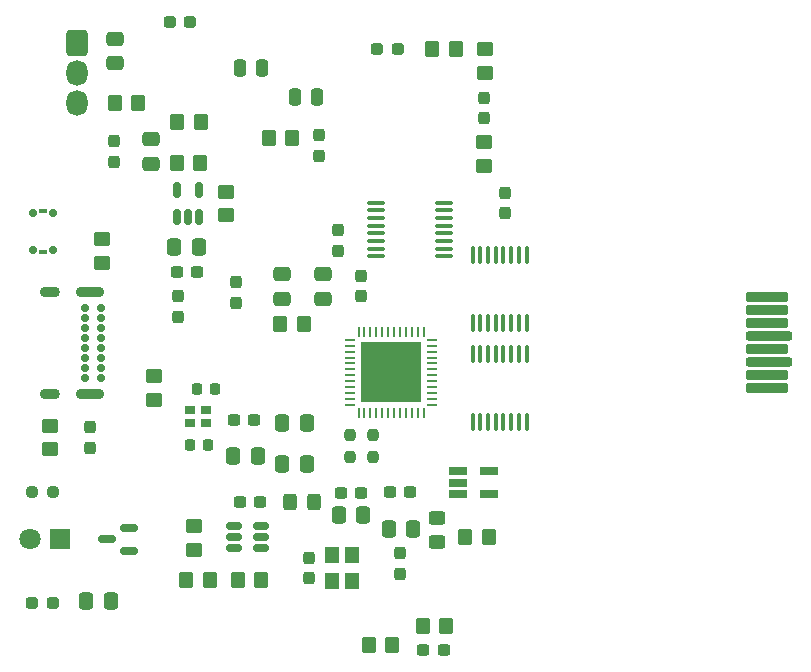
<source format=gbr>
%TF.GenerationSoftware,KiCad,Pcbnew,7.0.5*%
%TF.CreationDate,2023-08-14T22:02:20+09:00*%
%TF.ProjectId,sdcdmuxemmc,73646364-6d75-4786-956d-6d632e6b6963,rev?*%
%TF.SameCoordinates,Original*%
%TF.FileFunction,Soldermask,Top*%
%TF.FilePolarity,Negative*%
%FSLAX46Y46*%
G04 Gerber Fmt 4.6, Leading zero omitted, Abs format (unit mm)*
G04 Created by KiCad (PCBNEW 7.0.5) date 2023-08-14 22:02:20*
%MOMM*%
%LPD*%
G01*
G04 APERTURE LIST*
G04 Aperture macros list*
%AMRoundRect*
0 Rectangle with rounded corners*
0 $1 Rounding radius*
0 $2 $3 $4 $5 $6 $7 $8 $9 X,Y pos of 4 corners*
0 Add a 4 corners polygon primitive as box body*
4,1,4,$2,$3,$4,$5,$6,$7,$8,$9,$2,$3,0*
0 Add four circle primitives for the rounded corners*
1,1,$1+$1,$2,$3*
1,1,$1+$1,$4,$5*
1,1,$1+$1,$6,$7*
1,1,$1+$1,$8,$9*
0 Add four rect primitives between the rounded corners*
20,1,$1+$1,$2,$3,$4,$5,0*
20,1,$1+$1,$4,$5,$6,$7,0*
20,1,$1+$1,$6,$7,$8,$9,0*
20,1,$1+$1,$8,$9,$2,$3,0*%
G04 Aperture macros list end*
%ADD10RoundRect,0.150000X0.150000X-0.512500X0.150000X0.512500X-0.150000X0.512500X-0.150000X-0.512500X0*%
%ADD11RoundRect,0.237500X0.237500X-0.300000X0.237500X0.300000X-0.237500X0.300000X-0.237500X-0.300000X0*%
%ADD12RoundRect,0.250000X-0.350000X-0.450000X0.350000X-0.450000X0.350000X0.450000X-0.350000X0.450000X0*%
%ADD13RoundRect,0.237500X-0.300000X-0.237500X0.300000X-0.237500X0.300000X0.237500X-0.300000X0.237500X0*%
%ADD14RoundRect,0.200000X-1.600000X0.200000X-1.600000X-0.200000X1.600000X-0.200000X1.600000X0.200000X0*%
%ADD15RoundRect,0.200000X-1.750000X0.200000X-1.750000X-0.200000X1.750000X-0.200000X1.750000X0.200000X0*%
%ADD16RoundRect,0.237500X-0.237500X0.300000X-0.237500X-0.300000X0.237500X-0.300000X0.237500X0.300000X0*%
%ADD17RoundRect,0.250000X0.337500X0.475000X-0.337500X0.475000X-0.337500X-0.475000X0.337500X-0.475000X0*%
%ADD18RoundRect,0.100000X-0.100000X0.637500X-0.100000X-0.637500X0.100000X-0.637500X0.100000X0.637500X0*%
%ADD19RoundRect,0.062500X0.062500X-0.375000X0.062500X0.375000X-0.062500X0.375000X-0.062500X-0.375000X0*%
%ADD20RoundRect,0.062500X0.375000X-0.062500X0.375000X0.062500X-0.375000X0.062500X-0.375000X-0.062500X0*%
%ADD21C,3.000000*%
%ADD22R,5.150000X5.150000*%
%ADD23RoundRect,0.250000X0.450000X-0.350000X0.450000X0.350000X-0.450000X0.350000X-0.450000X-0.350000X0*%
%ADD24RoundRect,0.250000X0.350000X0.450000X-0.350000X0.450000X-0.350000X-0.450000X0.350000X-0.450000X0*%
%ADD25R,0.900000X0.800000*%
%ADD26RoundRect,0.150000X-0.512500X-0.150000X0.512500X-0.150000X0.512500X0.150000X-0.512500X0.150000X0*%
%ADD27RoundRect,0.250000X-0.450000X0.350000X-0.450000X-0.350000X0.450000X-0.350000X0.450000X0.350000X0*%
%ADD28RoundRect,0.237500X0.237500X-0.287500X0.237500X0.287500X-0.237500X0.287500X-0.237500X-0.287500X0*%
%ADD29RoundRect,0.237500X-0.287500X-0.237500X0.287500X-0.237500X0.287500X0.237500X-0.287500X0.237500X0*%
%ADD30R,1.200000X1.400000*%
%ADD31RoundRect,0.225000X0.225000X0.250000X-0.225000X0.250000X-0.225000X-0.250000X0.225000X-0.250000X0*%
%ADD32RoundRect,0.250200X-0.649800X0.849800X-0.649800X-0.849800X0.649800X-0.849800X0.649800X0.849800X0*%
%ADD33O,1.800000X2.200000*%
%ADD34RoundRect,0.250000X-0.325000X-0.450000X0.325000X-0.450000X0.325000X0.450000X-0.325000X0.450000X0*%
%ADD35RoundRect,0.250000X-0.337500X-0.475000X0.337500X-0.475000X0.337500X0.475000X-0.337500X0.475000X0*%
%ADD36RoundRect,0.250000X0.450000X-0.325000X0.450000X0.325000X-0.450000X0.325000X-0.450000X-0.325000X0*%
%ADD37RoundRect,0.237500X0.287500X0.237500X-0.287500X0.237500X-0.287500X-0.237500X0.287500X-0.237500X0*%
%ADD38RoundRect,0.100000X0.637500X0.100000X-0.637500X0.100000X-0.637500X-0.100000X0.637500X-0.100000X0*%
%ADD39RoundRect,0.250000X0.250000X0.475000X-0.250000X0.475000X-0.250000X-0.475000X0.250000X-0.475000X0*%
%ADD40C,0.700000*%
%ADD41O,2.400000X0.900000*%
%ADD42O,1.700000X0.900000*%
%ADD43RoundRect,0.250000X0.475000X-0.337500X0.475000X0.337500X-0.475000X0.337500X-0.475000X-0.337500X0*%
%ADD44RoundRect,0.237500X0.300000X0.237500X-0.300000X0.237500X-0.300000X-0.237500X0.300000X-0.237500X0*%
%ADD45R,1.800000X1.800000*%
%ADD46C,1.800000*%
%ADD47RoundRect,0.237500X-0.237500X0.250000X-0.237500X-0.250000X0.237500X-0.250000X0.237500X0.250000X0*%
%ADD48RoundRect,0.237500X-0.237500X0.287500X-0.237500X-0.287500X0.237500X-0.287500X0.237500X0.287500X0*%
%ADD49RoundRect,0.237500X0.250000X0.237500X-0.250000X0.237500X-0.250000X-0.237500X0.250000X-0.237500X0*%
%ADD50RoundRect,0.150000X0.587500X0.150000X-0.587500X0.150000X-0.587500X-0.150000X0.587500X-0.150000X0*%
%ADD51RoundRect,0.225000X-0.225000X-0.250000X0.225000X-0.250000X0.225000X0.250000X-0.225000X0.250000X0*%
%ADD52RoundRect,0.150000X-0.150000X0.175000X-0.150000X-0.175000X0.150000X-0.175000X0.150000X0.175000X0*%
%ADD53RoundRect,0.087500X-0.262500X0.087500X-0.262500X-0.087500X0.262500X-0.087500X0.262500X0.087500X0*%
%ADD54R,1.560000X0.650000*%
G04 APERTURE END LIST*
D10*
%TO.C,U301*%
X175350000Y-86837500D03*
X176300000Y-86837500D03*
X177250000Y-86837500D03*
X177250000Y-84562500D03*
X175350000Y-84562500D03*
%TD*%
D11*
%TO.C,C408*%
X190937500Y-93555000D03*
X190937500Y-91830000D03*
%TD*%
D12*
%TO.C,R309*%
X175410000Y-78770000D03*
X177410000Y-78770000D03*
%TD*%
D13*
%TO.C,C509*%
X196217500Y-123540000D03*
X197942500Y-123540000D03*
%TD*%
D14*
%TO.C,J102*%
X225320000Y-93625000D03*
X225320000Y-94725000D03*
X225320000Y-95825000D03*
D15*
X225470000Y-96925000D03*
D14*
X225320000Y-98025000D03*
D15*
X225470000Y-99125000D03*
D14*
X225320000Y-100225000D03*
X225320000Y-101325000D03*
%TD*%
D16*
%TO.C,C101*%
X168000000Y-104637500D03*
X168000000Y-106362500D03*
%TD*%
D13*
%TO.C,C511*%
X189237500Y-110180000D03*
X190962500Y-110180000D03*
%TD*%
D17*
%TO.C,C411*%
X186377500Y-104320000D03*
X184302500Y-104320000D03*
%TD*%
D12*
%TO.C,R509*%
X196180000Y-121500000D03*
X198180000Y-121500000D03*
%TD*%
D18*
%TO.C,U602*%
X204967000Y-98483500D03*
X204317000Y-98483500D03*
X203667000Y-98483500D03*
X203017000Y-98483500D03*
X202367000Y-98483500D03*
X201717000Y-98483500D03*
X201067000Y-98483500D03*
X200417000Y-98483500D03*
X200417000Y-104208500D03*
X201067000Y-104208500D03*
X201717000Y-104208500D03*
X202367000Y-104208500D03*
X203017000Y-104208500D03*
X203667000Y-104208500D03*
X204317000Y-104208500D03*
X204967000Y-104208500D03*
%TD*%
D11*
%TO.C,C606*%
X201350000Y-78492500D03*
X201350000Y-76767500D03*
%TD*%
D19*
%TO.C,U402*%
X190750000Y-103437500D03*
X191250000Y-103437500D03*
X191750000Y-103437500D03*
X192250000Y-103437500D03*
X192750000Y-103437500D03*
X193250000Y-103437500D03*
X193750000Y-103437500D03*
X194250000Y-103437500D03*
X194750000Y-103437500D03*
X195250000Y-103437500D03*
X195750000Y-103437500D03*
X196250000Y-103437500D03*
D20*
X196937500Y-102750000D03*
X196937500Y-102250000D03*
X196937500Y-101750000D03*
X196937500Y-101250000D03*
X196937500Y-100750000D03*
X196937500Y-100250000D03*
X196937500Y-99750000D03*
X196937500Y-99250000D03*
X196937500Y-98750000D03*
X196937500Y-98250000D03*
X196937500Y-97750000D03*
X196937500Y-97250000D03*
D19*
X196250000Y-96562500D03*
X195750000Y-96562500D03*
X195250000Y-96562500D03*
X194750000Y-96562500D03*
X194250000Y-96562500D03*
X193750000Y-96562500D03*
X193250000Y-96562500D03*
X192750000Y-96562500D03*
X192250000Y-96562500D03*
X191750000Y-96562500D03*
X191250000Y-96562500D03*
X190750000Y-96562500D03*
D20*
X190062500Y-97250000D03*
X190062500Y-97750000D03*
X190062500Y-98250000D03*
X190062500Y-98750000D03*
X190062500Y-99250000D03*
X190062500Y-99750000D03*
X190062500Y-100250000D03*
X190062500Y-100750000D03*
X190062500Y-101250000D03*
X190062500Y-101750000D03*
X190062500Y-102250000D03*
X190062500Y-102750000D03*
D21*
X193500000Y-100000000D03*
D22*
X193500000Y-100000000D03*
%TD*%
D23*
%TO.C,R102*%
X169000000Y-90700000D03*
X169000000Y-88700000D03*
%TD*%
D24*
%TO.C,R405*%
X185150000Y-80160000D03*
X183150000Y-80160000D03*
%TD*%
D25*
%TO.C,Y401*%
X177860000Y-103190000D03*
X176460000Y-103190000D03*
X176460000Y-104290000D03*
X177860000Y-104290000D03*
%TD*%
D26*
%TO.C,U501*%
X180212500Y-113000000D03*
X180212500Y-113950000D03*
X180212500Y-114900000D03*
X182487500Y-114900000D03*
X182487500Y-113950000D03*
X182487500Y-113000000D03*
%TD*%
D27*
%TO.C,R306*%
X179500000Y-84700000D03*
X179500000Y-86700000D03*
%TD*%
D24*
%TO.C,R307*%
X199000000Y-72600000D03*
X197000000Y-72600000D03*
%TD*%
D27*
%TO.C,R602*%
X201350000Y-80490000D03*
X201350000Y-82490000D03*
%TD*%
D28*
%TO.C,FB301*%
X175500000Y-95275000D03*
X175500000Y-93525000D03*
%TD*%
D29*
%TO.C,D201*%
X163125000Y-119500000D03*
X164875000Y-119500000D03*
%TD*%
D30*
%TO.C,Y501*%
X188460000Y-115490000D03*
X188460000Y-117690000D03*
X190160000Y-117690000D03*
X190160000Y-115490000D03*
%TD*%
D12*
%TO.C,R305*%
X175340000Y-82310000D03*
X177340000Y-82310000D03*
%TD*%
D28*
%TO.C,D501*%
X203130000Y-86535000D03*
X203130000Y-84785000D03*
%TD*%
D29*
%TO.C,D301*%
X192325000Y-72600000D03*
X194075000Y-72600000D03*
%TD*%
D31*
%TO.C,C403*%
X177985000Y-106160000D03*
X176435000Y-106160000D03*
%TD*%
D32*
%TO.C,U201*%
X166882500Y-72080000D03*
D33*
X166882500Y-74620000D03*
X166882500Y-77160000D03*
%TD*%
D34*
%TO.C,FB501*%
X184915000Y-110990000D03*
X186965000Y-110990000D03*
%TD*%
D24*
%TO.C,R601*%
X193620000Y-123100000D03*
X191620000Y-123100000D03*
%TD*%
D35*
%TO.C,C201*%
X167702500Y-119390000D03*
X169777500Y-119390000D03*
%TD*%
D36*
%TO.C,FB502*%
X197410000Y-114345000D03*
X197410000Y-112295000D03*
%TD*%
D37*
%TO.C,D302*%
X176505000Y-70310000D03*
X174755000Y-70310000D03*
%TD*%
D24*
%TO.C,R404*%
X201800000Y-113910000D03*
X199800000Y-113910000D03*
%TD*%
D35*
%TO.C,C304*%
X175162500Y-89400000D03*
X177237500Y-89400000D03*
%TD*%
D16*
%TO.C,C504*%
X186510000Y-115717500D03*
X186510000Y-117442500D03*
%TD*%
D12*
%TO.C,R507*%
X180500000Y-117590000D03*
X182500000Y-117590000D03*
%TD*%
D38*
%TO.C,U603*%
X197962500Y-90175000D03*
X197962500Y-89525000D03*
X197962500Y-88875000D03*
X197962500Y-88225000D03*
X197962500Y-87575000D03*
X197962500Y-86925000D03*
X197962500Y-86275000D03*
X197962500Y-85625000D03*
X192237500Y-85625000D03*
X192237500Y-86275000D03*
X192237500Y-86925000D03*
X192237500Y-87575000D03*
X192237500Y-88225000D03*
X192237500Y-88875000D03*
X192237500Y-89525000D03*
X192237500Y-90175000D03*
%TD*%
D39*
%TO.C,C605*%
X182590000Y-74230000D03*
X180690000Y-74230000D03*
%TD*%
D27*
%TO.C,R508*%
X201460000Y-72620000D03*
X201460000Y-74620000D03*
%TD*%
D40*
%TO.C,J101*%
X168950000Y-94550000D03*
X168950000Y-95400000D03*
X168950000Y-96250000D03*
X168950000Y-97100000D03*
X168950000Y-97950000D03*
X168950000Y-98800000D03*
X168950000Y-99650000D03*
X168950000Y-100500000D03*
X167600000Y-100500000D03*
X167600000Y-99650000D03*
X167600000Y-98800000D03*
X167600000Y-97950000D03*
X167600000Y-97100000D03*
X167600000Y-96250000D03*
X167600000Y-95400000D03*
X167600000Y-94550000D03*
D41*
X167970000Y-93200000D03*
D42*
X164590000Y-93200000D03*
D41*
X167970000Y-101850000D03*
D42*
X164590000Y-101850000D03*
%TD*%
D18*
%TO.C,U601*%
X204967000Y-90101500D03*
X204317000Y-90101500D03*
X203667000Y-90101500D03*
X203017000Y-90101500D03*
X202367000Y-90101500D03*
X201717000Y-90101500D03*
X201067000Y-90101500D03*
X200417000Y-90101500D03*
X200417000Y-95826500D03*
X201067000Y-95826500D03*
X201717000Y-95826500D03*
X202367000Y-95826500D03*
X203017000Y-95826500D03*
X203667000Y-95826500D03*
X204317000Y-95826500D03*
X204967000Y-95826500D03*
%TD*%
D43*
%TO.C,C202*%
X170100000Y-73837500D03*
X170100000Y-71762500D03*
%TD*%
%TO.C,C308*%
X173200000Y-82337500D03*
X173200000Y-80262500D03*
%TD*%
D44*
%TO.C,C406*%
X181912500Y-104040000D03*
X180187500Y-104040000D03*
%TD*%
D24*
%TO.C,R506*%
X178170000Y-117560000D03*
X176170000Y-117560000D03*
%TD*%
D45*
%TO.C,D202*%
X165465000Y-114100000D03*
D46*
X162925000Y-114100000D03*
%TD*%
D35*
%TO.C,C515*%
X193302500Y-113290000D03*
X195377500Y-113290000D03*
%TD*%
D27*
%TO.C,R101*%
X164600000Y-104500000D03*
X164600000Y-106500000D03*
%TD*%
D11*
%TO.C,C309*%
X180410000Y-94112500D03*
X180410000Y-92387500D03*
%TD*%
D47*
%TO.C,R504*%
X190000000Y-105337500D03*
X190000000Y-107162500D03*
%TD*%
D23*
%TO.C,R502*%
X176790000Y-115010000D03*
X176790000Y-113010000D03*
%TD*%
D48*
%TO.C,D401*%
X187400000Y-79935000D03*
X187400000Y-81685000D03*
%TD*%
D11*
%TO.C,C307*%
X170000000Y-82162500D03*
X170000000Y-80437500D03*
%TD*%
D43*
%TO.C,C410*%
X187707500Y-93770000D03*
X187707500Y-91695000D03*
%TD*%
D11*
%TO.C,C505*%
X194290000Y-117042500D03*
X194290000Y-115317500D03*
%TD*%
D43*
%TO.C,C412*%
X184237500Y-93790000D03*
X184237500Y-91715000D03*
%TD*%
D49*
%TO.C,R203*%
X164902500Y-110120000D03*
X163077500Y-110120000D03*
%TD*%
D50*
%TO.C,Q201*%
X171327500Y-115090000D03*
X171327500Y-113190000D03*
X169452500Y-114140000D03*
%TD*%
D23*
%TO.C,R401*%
X173440000Y-102310000D03*
X173440000Y-100310000D03*
%TD*%
D11*
%TO.C,C601*%
X189000000Y-89712500D03*
X189000000Y-87987500D03*
%TD*%
D51*
%TO.C,C404*%
X177065000Y-101450000D03*
X178615000Y-101450000D03*
%TD*%
D52*
%TO.C,SW301*%
X164850000Y-86525000D03*
X164850000Y-89675000D03*
X163150000Y-86525000D03*
X163150000Y-89675000D03*
D53*
X164000000Y-86375000D03*
X164000000Y-89825000D03*
%TD*%
D47*
%TO.C,R505*%
X192000000Y-105337500D03*
X192000000Y-107162500D03*
%TD*%
D35*
%TO.C,C514*%
X189052500Y-112100000D03*
X191127500Y-112100000D03*
%TD*%
D13*
%TO.C,C512*%
X193407500Y-110170000D03*
X195132500Y-110170000D03*
%TD*%
%TO.C,C302*%
X175337500Y-91500000D03*
X177062500Y-91500000D03*
%TD*%
D17*
%TO.C,C402*%
X182217500Y-107110000D03*
X180142500Y-107110000D03*
%TD*%
D24*
%TO.C,R308*%
X186100000Y-95900000D03*
X184100000Y-95900000D03*
%TD*%
D17*
%TO.C,C409*%
X186347500Y-107760000D03*
X184272500Y-107760000D03*
%TD*%
D44*
%TO.C,C502*%
X182442500Y-110970000D03*
X180717500Y-110970000D03*
%TD*%
D12*
%TO.C,R204*%
X170100000Y-77200000D03*
X172100000Y-77200000D03*
%TD*%
D39*
%TO.C,C604*%
X187270000Y-76690000D03*
X185370000Y-76690000D03*
%TD*%
D54*
%TO.C,U401*%
X199130000Y-108380000D03*
X199130000Y-109330000D03*
X199130000Y-110280000D03*
X201830000Y-110280000D03*
X201830000Y-108380000D03*
%TD*%
M02*

</source>
